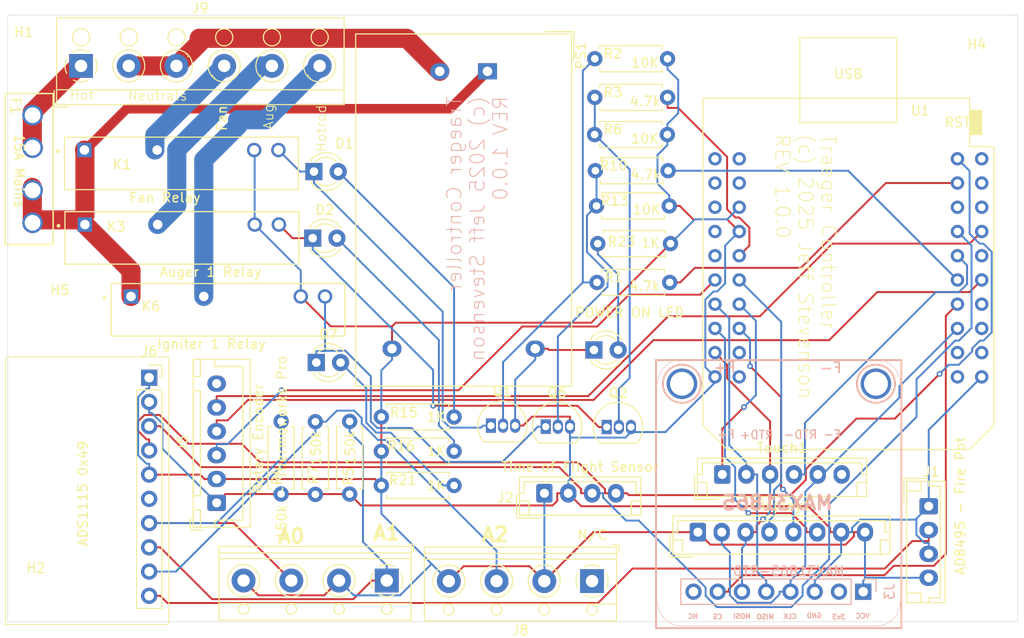
<source format=kicad_pcb>
(kicad_pcb (version 20240108) (generator "pcbnew") (generator_version "8.0")
  (layers (0 "F.Cu" signal) (31 "B.Cu" signal) (34 "B.Paste" user) (35 "F.Paste" user) (36 "B.SilkS" user "B.Silkscreen") (37 "F.SilkS" user "F.Silkscreen") (38 "B.Mask" user) (39 "F.Mask" user) (44 "Edge.Cuts" user))
  (net 0 "")
  (net 1 "PWR")
  (net 2 "FAN")
  (net 3 "GND")
  (net 4 "Net-(D1-K)")
  (net 5 "Net-(Q1-B)")
  (net 6 "Net-(D1-A)")
  (net 7 "Net-(Q2-B)")
  (net 8 "Net-(D2-A)")
  (net 9 "ADC1_A3")
  (net 10 "Net-(D2-K)")
  (net 11 "ADC1_A1")
  (net 13 "ADC1_A2")
  (net 14 "ADC1_A0")
  (net 15 "Net-(Q6-B)")
  (net 16 "AUG1")
  (net 17 "IGN1")
  (net 18 "R_AUG1")
  (net 19 "R_IGN1")
  (net 20 "Touch_T_IRQ")
  (net 21 "MISO_Touch")
  (net 22 "MOSI_Disp_+T_DIN")
  (net 34 "R_FANS")
  (net 35 "SDA")
  (net 36 "SCL")
  (net 37 "Touch_T_CS")
  (net 38 "Disp_SCK+Touch_CLK")
  (net 39 "Disp_D{slash}C")
  (net 40 "Disp_CS")
  (net 41 "Disp_RESET")
  (net 43 "MAX31865_CS")
  (net 45 "VCC")
  (net 46 "Net-(J9-Pin_1)")
  (net 50 "PWR-N")
  (net 52 "Net-(D7-K)")
  (net 53 "Net-(D7-A)")
  (net 61 "Rotarty - SW")
  (net 62 "Rotary pin_b")
  (net 63 "Rotary pin_a")
  (net 64 "Net-(D9-A)")
  (footprint "Resistor_THT:R_Axial_DIN0207_L6.3mm_D2.5mm_P7.62mm_Horizontal" (layer "F.Cu") (at 171.68 63.69)
    (property "Reference" "R6")
    (property "Value" "10K")
  )
  (footprint "MountingHole:MountingHole_3.2mm_M3" (layer "F.Cu") (at 113.12 111.64)
    (property "Reference" "H2")
    (property "Value" "MH")
  )
  (footprint "Fuse:Fuse Block 3544-2_KEYSTONE" (layer "F.Cu") (at 112.81 61.658 -90)
    (property "Reference" "F1")
    (property "Value" "15A Mains")
  )
  (footprint "LED_THT:LED_D3.0mm" (layer "F.Cu") (at 142.53 87.59)
    (property "Reference" "D7")
    (property "Value" "LED")
  )
  (footprint "LED_THT:LED_D3.0mm" (layer "F.Cu") (at 142.28 67.57)
    (property "Reference" "D1")
    (property "Value" "LED")
  )
  (footprint "Resistor_THT:R_Axial_DIN0207_L6.3mm_D2.5mm_P7.62mm_Horizontal" (layer "F.Cu") (at 179.63 75.12 180)
    (property "Reference" "R23")
    (property "Value" "1K")
  )
  (footprint "TerminalBlock_RND:TerminalBlock_RND_205-00014_1x04_P5.00mm_Horizontal" (layer "F.Cu") (at 149.91 110.44 180)
    (property "Reference" "J7" (hide yes))
    (property "Value" "Temp Sensors")
  )
  (footprint "Resistor_THT:R_Axial_DIN0207_L6.3mm_D2.5mm_P7.62mm_Horizontal" (layer "F.Cu") (at 149.34 96.885)
    (property "Reference" "R16")
    (property "Value" "1K")
  )
  (footprint "Connector_JST:JST_XH_B6B-XH-A_1x06_P2.50mm_Vertical" (layer "F.Cu") (at 132.09 102.3 90)
    (property "Reference" "J5")
    (property "Value" "Rotary Encoder")
  )
  (footprint "Connector_PinSocket_2.54mm:PinSocket_1x10_P2.54mm_Vertical" (layer "F.Cu") (at 125.02 89.18)
    (property "Reference" "J6")
    (property "Value" "ADS1115 0x49")
  )
  (footprint "Relay_THT:RELAY_G3MB-202PDC5" (layer "F.Cu") (at 133.28 82.06)
    (property "Reference" "K6")
    (property "Value" "Igniter 1 Relay")
  )
  (footprint "Resistor_THT:R_Axial_DIN0207_L6.3mm_D2.5mm_P7.62mm_Horizontal" (layer "F.Cu") (at 138.84 101.37 90)
    (property "Reference" "R4" (hide yes))
    (property "Value" "150k - Thermoworks Pro")
  )
  (footprint "Resistor_THT:R_Axial_DIN0207_L6.3mm_D2.5mm_P7.62mm_Horizontal" (layer "F.Cu") (at 142.43 101.41 90)
    (property "Reference" "R7" (hide yes))
    (property "Value" "150k")
  )
  (footprint "Package_TO_SOT_THT:TO-92L_Inline" (layer "F.Cu") (at 166.56 94.31)
    (property "Reference" "Q6")
    (property "Value" "BC547")
  )
  (footprint "TerminalBlock_RND:TerminalBlock_RND_205-00005_1x06_P5.00mm_Horizontal" (layer "F.Cu") (at 117.88 56.49)
    (property "Reference" "J9")
    (property "Value" "Conn_01x06_Socket")
  )
  (footprint "Relay_THT:RELAY_G3MB-202PDC5" (layer "F.Cu") (at 128.45 74.52)
    (property "Reference" "K3")
    (property "Value" "Auger 1 Relay")
  )
  (footprint "Relay_THT:RELAY_G3MB-202PDC5" (layer "F.Cu") (at 128.4 66.71)
    (property "Reference" "K1")
    (property "Value" "Fan Relay")
  )
  (footprint "TerminalBlock_RND:TerminalBlock_RND_205-00014_1x04_P5.00mm_Horizontal" (layer "F.Cu") (at 171.41 110.5 180)
    (property "Reference" "J8")
    (property "Value" "Temp Sensors")
  )
  (footprint "Resistor_THT:R_Axial_DIN0207_L6.3mm_D2.5mm_P7.62mm_Horizontal" (layer "F.Cu") (at 171.7 55.74)
    (property "Reference" "R2")
    (property "Value" "10K")
  )
  (footprint "Connector_JST:JST_EH_B6B-EH-A_1x06_P2.50mm_Vertical" (layer "F.Cu") (at 185.06 99.32)
    (property "Reference" "Touch1")
    (property "Value" "Conn_01x06_Socket" (hide yes))
  )
  (footprint "LED_THT:LED_D3.0mm" (layer "F.Cu") (at 142.15 74.55)
    (property "Reference" "D2")
    (property "Value" "LED")
  )
  (footprint "Resistor_THT:R_Axial_DIN0207_L6.3mm_D2.5mm_P7.62mm_Horizontal" (layer "F.Cu") (at 149.34 100.475)
    (property "Reference" "R21")
    (property "Value" "1K")
  )
  (footprint "Resistor_THT:R_Axial_DIN0207_L6.3mm_D2.5mm_P7.62mm_Horizontal" (layer "F.Cu") (at 171.7 59.79)
    (property "Reference" "R3")
    (property "Value" "4.7k")
  )
  (footprint "Package_TO_SOT_THT:TO-92L_Inline" (layer "F.Cu") (at 172.95 94.35)
    (property "Reference" "Q2")
    (property "Value" "BC547")
  )
  (footprint "Converter_ACDC:Converter_ACDC_Hi-Link_HLK-PMxx" (layer "F.Cu") (at 160.46 57.06 -90)
    (property "Reference" "PS1")
    (property "Value" "HLK-PM01" (hide yes))
  )
  (footprint "Package_TO_SOT_THT:TO-92L_Inline" (layer "F.Cu") (at 160.82 94.2)
    (property "Reference" "Q1")
    (property "Value" "BC547")
  )
  (footprint "MountingHole:MountingHole_3.2mm_M3" (layer "F.Cu") (at 112.87 55.05)
    (property "Reference" "H1")
    (property "Value" "MH")
  )
  (footprint "LED_THT:LED_D3.0mm" (layer "F.Cu") (at 171.61 86.27)
    (property "Reference" "D9" (hide yes))
    (property "Value" "POWER ON LED")
  )
  (footprint "Resistor_THT:R_Axial_DIN0207_L6.3mm_D2.5mm_P7.62mm_Horizontal" (layer "F.Cu") (at 171.76 67.48)
    (property "Reference" "R10")
    (property "Value" "4.7k")
  )
  (footprint "Resistor_THT:R_Axial_DIN0207_L6.3mm_D2.5mm_P7.62mm_Horizontal" (layer "F.Cu") (at 171.88 71.17)
    (property "Reference" "R13")
    (property "Value" "10K")
  )
  (footprint "Connector_JST:JST_EH_B8B-EH-A_1x08_P2.50mm_Vertical" (layer "F.Cu") (at 182.5 105.37)
    (property "Reference" "Display1")
    (property "Value" "Conn_01x08_Socket")
  )
  (footprint "Connector_JST:JST_EH_B4B-EH-A_1x04_P2.50mm_Vertical" (layer "F.Cu") (at 166.42 101.29)
    (property "Reference" "J2")
    (property "Value" "Time of Flight Sensor")
  )
  (footprint "Resistor_THT:R_Axial_DIN0207_L6.3mm_D2.5mm_P7.62mm_Horizontal" (layer "F.Cu") (at 149.34 93.295)
    (property "Reference" "R15")
    (property "Value" "1K")
  )
  (footprint "ESP32_mini:ESP32_mini" (layer "F.Cu") (at 198.26 77.66 180)
    (property "Reference" "U1")
    (property "Value" "mini_esp32")
  )
  (footprint "MountingHole:MountingHole_3.2mm_M3" (layer "F.Cu") (at 211.72 58.43)
    (property "Reference" "H4")
    (property "Value" "MH")
  )
  (footprint "MountingHole:MountingHole_3.2mm_M3" (layer "F.Cu") (at 115.88 82.35)
    (property "Reference" "H5")
    (property "Value" "MH")
  )
  (footprint "Connector_JST:JST_EH_B4B-EH-A_1x04_P2.50mm_Vertical" (layer "F.Cu") (at 206.68 102.65 -90)
    (property "Reference" "J1")
    (property "Value" "AD8495 - Fire Pot")
  )
  (footprint "MountingHole:MountingHole_3.2mm_M3" (layer "F.Cu") (at 213.19 111.07)
    (property "Reference" "H3" (hide yes))
    (property "Value" "MH" (hide yes))
  )
  (footprint "Resistor_THT:R_Axial_DIN0207_L6.3mm_D2.5mm_P7.62mm_Horizontal" (layer "F.Cu") (at 171.93 79.19)
    (property "Reference" "R1")
    (property "Value" "4.7k")
  )
  (footprint "Resistor_THT:R_Axial_DIN0207_L6.3mm_D2.5mm_P7.62mm_Horizontal" (layer "F.Cu") (at 146.02 101.38 90)
    (property "Reference" "R5" (hide yes))
    (property "Value" "150k")
  )
  (footprint "MOUNTINGHOLE_2.5_PLATED" (layer "B.Cu") (at 180.8299 89.81 180)
    (property "Reference" "U$19" (hide yes))
    (property "Value" "MOUNTINGHOLE2.5" (hide yes))
  )
  (footprint "MOUNTINGHOLE_2.5_PLATED" (layer "B.Cu") (at 201.1499 89.81 180)
    (property "Reference" "U$18" (hide yes))
    (property "Value" "MOUNTINGHOLE2.5" (hide yes))
  )
  (footprint "Connector_PinSocket_2.54mm:PinSocket_1x08_P2.54mm_Vertical" (layer "B.Cu") (at 199.82 111.61 90)
    (property "Reference" "J3")
    (property "Value" "MAX31865-RTD")
  )
  (gr_arc (start 178.289898 89.809898) (mid 179.033905 88.013905) (end 180.829898 87.269898) (stroke (width 0.05)) (layer "B.SilkS"))
  (gr_rect (start 178.113847 115.430949) (end 203.813847 87.330949) (stroke (width 0.2)) (fill none) (layer "B.SilkS"))
  (gr_arc (start 180.829898 115.209898) (mid 179.033817 114.465979) (end 178.289898 112.669898) (stroke (width 0.05)) (layer "B.SilkS"))
  (gr_arc (start 201.149898 87.269898) (mid 202.94592 88.013876) (end 203.689898 89.809898) (stroke (width 0.05)) (layer "B.SilkS"))
  (gr_line (start 201.149898 115.209898) (end 180.829898 115.209898) (stroke (width 0.05)) (layer "B.SilkS"))
  (gr_arc (start 203.689898 112.669898) (mid 202.945979 114.465979) (end 201.149898 115.209898) (stroke (width 0.05)) (layer "B.SilkS"))
  (gr_line (start 180.829898 87.269898) (end 201.149898 87.269898) (stroke (width 0.05)) (layer "B.SilkS"))
  (gr_rect (start 109.99 115.04288) (end 127.07288 87) (stroke (width 0.1)) (fill none) (layer "F.SilkS"))
  (gr_rect (start 110.2 51.16) (end 215.99 114.75) (stroke (width 0.05)) (fill none) (layer "Edge.Cuts"))
  (gr_text "3v3" (at 197.249898 114.259898 0) (layer "B.SilkS") (effects (font (size 0.5 0.5) (thickness 0.125)) (justify mirror)))
  (gr_text "RTD+" (at 188.663847 95.170949 0) (layer "B.SilkS") (effects (font (size 0.87376 0.87376) (thickness 0.14224)) (justify mirror)))
  (gr_text "CLK" (at 192.132898 114.193898 0) (layer "B.SilkS") (effects (font (size 0.5 0.5) (thickness 0.125)) (justify mirror)))
  (gr_text "RTD-" (at 193.253847 95.140949 0) (layer "B.SilkS") (effects (font (size 0.87376 0.87376) (thickness 0.14224)) (justify mirror)))
  (gr_text "MAX31865" (at 196.780998 103.166298 0) (layer "B.SilkS") (effects (font (size 1.5 1.5) (thickness 0.3) (bold yes)) (justify left bottom mirror)))
  (gr_text "NC" (at 181.990998 114.186298 0) (layer "B.SilkS") (effects (font (size 0.5 0.5) (thickness 0.125)) (justify mirror)))
  (gr_text "CS" (at 184.560998 114.236298 0) (layer "B.SilkS") (effects (font (size 0.5 0.5) (thickness 0.125)) (justify mirror)))
  (gr_text "F-" (at 196.573847 95.120949 0) (layer "B.SilkS") (effects (font (size 0.8636 0.8636) (thickness 0.1524)) (justify mirror)))
  (gr_text "MOSI" (at 187.120998 114.186298 0) (layer "B.SilkS") (effects (font (size 0.5 0.5) (thickness 0.125)) (justify mirror)))
  (gr_text "VCC" (at 199.760998 114.156298 0) (layer "B.SilkS") (effects (font (size 0.5 0.5) (thickness 0.125)) (justify mirror)))
  (gr_text "F+" (at 185.320998 88.086298 0) (layer "B.SilkS") (effects (font (size 1.0922 1.0922) (thickness 0.1778)) (justify mirror)))
  (gr_text "Traeger Controller\n(c) 2025 Jeff Stevenson\nREV 1.0.0" (at 162.69 59.57 90) (layer "B.SilkS") (effects (font (size 1.5 1.5) (thickness 0.1)) (justify left bottom mirror)))
  (gr_text "F+" (at 185.453847 95.120949 0) (layer "B.SilkS") (effects (font (size 0.8636 0.8636) (thickness 0.1524)) (justify mirror)))
  (gr_text "MISO" (at 189.570998 114.246298 0) (layer "B.SilkS") (effects (font (size 0.5 0.5) (thickness 0.125) (bold yes)) (justify mirror)))
  (gr_text "F-" (at 196.410998 88.146298 0) (layer "B.SilkS") (effects (font (size 1.0922 1.0922) (thickness 0.1778)) (justify mirror)))
  (gr_text "GND" (at 194.68 114.12 0) (layer "B.SilkS") (effects (font (size 0.5 0.5) (thickness 0.125)) (justify mirror)))
  (gr_text "A2" (at 159.69 106.49 0) (layer "F.SilkS") (effects (font (size 1.5 1.5) (thickness 0.3) (bold yes)) (justify left bottom)))
  (gr_text "Neutrals" (at 122.72 60.2 0) (layer "F.SilkS") (effects (font (size 1 1) (thickness 0.1)) (justify left bottom)))
  (gr_text "Hotrod" (at 143.645624 65.582299 90) (layer "F.SilkS") (effects (font (size 1 1) (thickness 0.1)) (justify left bottom)))
  (gr_text "Aug" (at 138.11 63.22 90) (layer "F.SilkS") (effects (font (size 1 1) (thickness 0.1)) (justify left bottom)))
  (gr_text "Traeger Controller\n(c) 2025 Jeff Stevenson\nREV 1.0.0" (at 190.48 63.55 -90) (layer "F.SilkS") (effects (font (size 1.5 1.5) (thickness 0.1)) (justify left bottom)))
  (gr_text "Hot" (at 116.64 60.12 0) (layer "F.SilkS") (effects (font (size 1 1) (thickness 0.1)) (justify left bottom)))
  (gr_text "Fan" (at 133.24 63.41 90) (layer "F.SilkS") (effects (font (size 1 1)) (justify left bottom)))
  (gr_text "A0" (at 138.36 106.66 0) (layer "F.SilkS") (effects (font (size 1.5 1.5) (thickness 0.3) (bold yes)) (justify left bottom)))
  (gr_text "A1" (at 148.33 106.32 0) (layer "F.SilkS") (effects (font (size 1.5 1.5) (thickness 0.3) (bold yes)) (justify left bottom)))
  (gr_text "N/C" (at 169.8 106.25 0) (layer "F.SilkS") (effects (font (size 1 1)) (justify left bottom)))
  (segment (start 160.46 57.06) (end 156.54 60.98) (width 1) (layer "F.Cu") (net 1))
  (segment (start 112.81 70.899) (end 112.81 69.534) (width 0.2) (layer "F.Cu") (net 1))
  (segment (start 156.54 60.98) (end 122.67 60.98) (width 1) (layer "F.Cu") (net 1))
  (segment (start 123.12 80.66) (end 123.12 77.95) (width 2) (layer "F.Cu") (net 1))
  (segment (start 123.12 77.95) (end 118.29 73.12) (width 2) (layer "F.Cu") (net 1))
  (segment (start 122.67 60.98) (end 118.29 65.36) (width 1) (layer "F.Cu") (net 1))
  (segment (start 118.29 65.36) (end 118.29 72.144) (width 2) (layer "F.Cu") (net 1))
  (segment (start 117.802 72.632) (end 118.29 73.12) (width 0.2) (layer "F.Cu") (net 1))
  (segment (start 113.118 72.632) (end 112.81 72.94) (width 0.2) (layer "F.Cu") (net 1))
  (segment (start 112.78 72.632) (end 117.802 72.632) (width 2) (layer "F.Cu") (net 1))
  (segment (start 118.29 65.36) (end 118.24 65.31) (width 2) (layer "F.Cu") (net 1))
  (segment (start 112.78 69.226) (end 112.78 72.632) (width 2) (layer "F.Cu") (net 1))
  (segment (start 118.29 72.144) (end 117.802 72.632) (width 2) (layer "F.Cu") (net 1))
  (segment (start 112.78 70.929) (end 112.81 70.899) (width 0.2) (layer "F.Cu") (net 1))
  (segment (start 125.614 64.533) (end 125.86 64.779) (width 0.2) (layer "B.Cu") (net 2))
  (segment (start 125.614 63.756) (end 125.614 64.533) (width 2) (layer "B.Cu") (net 2))
  (segment (start 125.614 64.533) (end 125.614 65.31) (width 2) (layer "B.Cu") (net 2))
  (segment (start 125.86 64.779) (end 125.86 65.31) (width 0.2) (layer "B.Cu") (net 2))
  (segment (start 132.88 56.49) (end 125.614 63.756) (width 2) (layer "B.Cu") (net 2))
  (segment (start 194.0637 102.6535) (end 170.2835 102.6535) (width 0.2) (layer "F.Cu") (net 3))
  (segment (start 147.2077 102.5677) (end 146.02 101.38) (width 0.2) (layer "F.Cu") (net 3))
  (segment (start 164.1867 94.2) (end 165.1284 93.2583) (width 0.2) (layer "F.Cu") (net 3))
  (segment (start 163.36 94.2) (end 164.1867 94.2) (width 0.2) (layer "F.Cu") (net 3))
  (segment (start 142.46 101.38) (end 146.02 101.38) (width 0.2) (layer "F.Cu") (net 3))
  (segment (start 142.43 101.41) (end 142.46 101.38) (width 0.2) (layer "F.Cu") (net 3))
  (segment (start 186.83 73.85) (end 185.56 72.58) (width 0.2) (layer "F.Cu") (net 3))
  (segment (start 167.2824 102.5677) (end 147.2077 102.5677) (width 0.2) (layer "F.Cu") (net 3))
  (segment (start 170.2835 102.6535) (end 168.92 101.29) (width 0.2) (layer "F.Cu") (net 3))
  (segment (start 196.3483 104.9381) (end 194.0637 102.6535) (width 0.2) (layer "F.Cu") (net 3))
  (segment (start 197.5 105.37) (end 196.3483 105.37) (width 0.2) (layer "F.Cu") (net 3))
  (segment (start 179.5 71.17) (end 180.6017 71.17) (width 0.2) (layer "F.Cu") (net 3))
  (segment (start 142.39 101.37) (end 138.84 101.37) (width 0.2) (layer "F.Cu") (net 3))
  (segment (start 165.1284 93.2583) (end 169.1 93.2583) (width 0.2) (layer "F.Cu") (net 3))
  (segment (start 168.92 101.29) (end 167.7683 101.29) (width 0.2) (layer "F.Cu") (net 3))
  (segment (start 133.02 101.37) (end 132.09 102.3) (width 0.2) (layer "F.Cu") (net 3))
  (segment (start 166.8917 86.27) (end 166.7617 86.14) (width 0.2) (layer "F.Cu") (net 3))
  (segment (start 167.7683 102.0818) (end 167.2824 102.5677) (width 0.2) (layer "F.Cu") (net 3))
  (segment (start 142.43 101.41) (end 142.39 101.37) (width 0.2) (layer "F.Cu") (net 3))
  (segment (start 182.0117 72.58) (end 180.6017 71.17) (width 0.2) (layer "F.Cu") (net 3))
  (segment (start 171.61 86.27) (end 166.8917 86.27) (width 0.2) (layer "F.Cu") (net 3))
  (segment (start 169.1 94.31) (end 169.1 93.2583) (width 0.2) (layer "F.Cu") (net 3))
  (segment (start 165.46 86.14) (end 166.7617 86.14) (width 0.2) (layer "F.Cu") (net 3))
  (segment (start 196.3483 105.37) (end 196.3483 104.9381) (width 0.2) (layer "F.Cu") (net 3))
  (segment (start 185.56 72.58) (end 182.0117 72.58) (width 0.2) (layer "F.Cu") (net 3))
  (segment (start 138.84 101.37) (end 133.02 101.37) (width 0.2) (layer "F.Cu") (net 3))
  (segment (start 167.7683 101.29) (end 167.7683 102.0818) (width 0.2) (layer "F.Cu") (net 3))
  (segment (start 179.3 63.69) (end 179.3 62.5883) (width 0.2) (layer "B.Cu") (net 3))
  (segment (start 205.3863 104.0569) (end 205.3863 105.6563) (width 0.2) (layer "B.Cu") (net 3))
  (segment (start 183.2788 80.9932) (end 184.134 80.138) (width 0.2) (layer "B.Cu") (net 3))
  (segment (start 126.4098 93.993) (end 125.2885 92.8717) (width 0.2) (layer "B.Cu") (net 3))
  (segment (start 174.9123 95.4535) (end 175.49 94.8758) (width 0.2) (layer "B.Cu") (net 3))
  (segment (start 179.0968 94.8758) (end 184.29 89.6826) (width 0.2) (layer "B.Cu") (net 3))
  (segment (start 126.4098 96.6198) (end 126.4098 93.993) (width 0.2) (layer "B.Cu") (net 3))
  (segment (start 169.1 95.4535) (end 169.1 99.8333) (width 0.2) (layer "B.Cu") (net 3))
  (segment (start 206.68 94.64) (end 206.68 102.65) (width 0.2) (layer "B.Cu") (net 3))
  (segment (start 197.5 105.37) (end 198.6517 105.37) (width 0.2) (layer "B.Cu") (net 3))
  (segment (start 178.2683 68.8366) (end 178.2683 65.8234) (width 0.2) (layer "B.Cu") (net 3))
  (segment (start 163.36 89.3917) (end 163.36 94.2) (width 0.2) (layer "B.Cu") (net 3))
  (segment (start 205.3863 104.0569) (end 199.5131 104.0569) (width 0.2) (layer "B.Cu") (net 3))
  (segment (start 184.5148 80.138) (end 185.3522 79.3006) (width 0.2) (layer "B.Cu") (net 3))
  (segment (start 179.32 55.74) (end 179.32 56.8417) (width 0.2) (layer "B.Cu") (net 3))
  (segment (start 179.5 70.0683) (end 178.2683 68.8366) (width 0.2) (layer "B.Cu") (net 3))
  (segment (start 168.92 101.29) (end 168.92 100.0133) (width 0.2) (layer "B.Cu") (net 3))
  (segment (start 179.5 71.17) (end 179.5 70.0683) (width 0.2) (layer "B.Cu") (net 3))
  (segment (start 206.2283 106.4983) (end 206.68 106.4983) (width 0.2) (layer "B.Cu") (net 3))
  (segment (start 175.49 94.8758) (end 179.0968 94.8758) (width 0.2) (layer "B.Cu") (net 3))
  (segment (start 169.1 99.8333) (end 168.92 100.0133) (width 0.2) (layer "B.Cu") (net 3))
  (segment (start 199.5131 104.0569) (end 198.6517 104.9183) (width 0.2) (layer "B.Cu") (net 3))
  (segment (start 165.46 86.14) (end 165.46 87.2917) (width 0.2) (layer "B.Cu") (net 3))
  (segment (start 194.74 110.4583) (end 197.5 107.6983) (width 0.2) (layer "B.Cu") (net 3))
  (segment (start 197.5 107.6983) (end 197.5 105.37) (width 0.2) (layer "B.Cu") (net 3))
  (segment (start 175.49 94.35) (end 175.49 94.8758) (width 0.2) (layer "B.Cu") (net 3))
  (segment (start 206.68 102.65) (end 205.3863 103.9437) (width 0.2) (layer "B.Cu") (net 3))
  (segment (start 184.29 89.6826) (end 184.29 89.09) (width 0.2) (layer "B.Cu") (net 3))
  (segment (start 132.09 102.3) (end 126.4098 96.6198) (width 0.2) (layer "B.Cu") (net 3))
  (segment (start 185.3522 79.3006) (end 185.3522 75.3278) (width 0.2) (layer "B.Cu") (net 3))
  (segment (start 169.1 95.4535) (end 174.9123 95.4535) (width 0.2) (layer "B.Cu") (net 3))
  (segment (start 185.3522 75.3278) (end 186.83 73.85) (width 0.2) (layer "B.Cu") (net 3))
  (segment (start 205.3863 103.9437) (end 205.3863 104.0569) (width 0.2) (layer "B.Cu") (net 3))
  (segment (start 198.6517 104.9183) (end 198.6517 105.37) (width 0.2) (layer "B.Cu") (net 3))
  (segment (start 178.2683 65.8234) (end 179.3 64.7917) (width 0.2) (layer "B.Cu") (net 3))
  (segment (start 179.32 56.8417) (end 180.44 57.9617) (width 0.2) (layer "B.Cu") (net 3))
  (segment (start 184.134 80.138) (end 184.5148 80.138) (width 0.2) (layer "B.Cu") (net 3))
  (segment (start 183.2788 88.0788) (end 183.2788 80.9932) (width 0.2) (layer "B.Cu") (net 3))
  (segment (start 184.29 89.09) (end 183.2788 88.0788) (width 0.2) (layer "B.Cu") (net 3))
  (segment (start 194.74 111.61) (end 194.74 110.4583) (width 0.2) (layer "B.Cu") (net 3))
  (segment (start 206.68 107.65) (end 206.68 106.4983) (width 0.2) (layer "B.Cu") (net 3))
  (segment (start 179.3 63.69) (end 179.3 64.7917) (width 0.2) (layer "B.Cu") (net 3))
  (segment (start 169.1 94.31) (end 169.1 95.4535) (width 0.2) (layer "B.Cu") (net 3))
  (segment (start 180.44 57.9617) (end 180.44 61.4483) (width 0.2) (layer "B.Cu") (net 3))
  (segment (start 125.2885 92.8717) (end 125.02 92.8717) (width 0.2) (layer "B.Cu") (net 3))
  (segment (start 125.02 91.72) (end 125.02 92.8717) (width 0.2) (layer "B.Cu") (net 3))
  (segment (start 165.46 87.2917) (end 163.36 89.3917) (width 0.2) (layer "B.Cu") (net 3))
  (segment (start 205.3863 105.6563) (end 206.2283 106.4983) (width 0.2) (layer "B.Cu") (net 3))
  (segment (start 180.44 61.4483) (end 179.3 62.5883) (width 0.2) (layer "B.Cu") (net 3))
  (segment (start 212.23 89.09) (end 206.68 94.64) (width 0.2) (layer "B.Cu") (net 3))
  (segment (start 155.7681 93.6612) (end 155.7681 82.2598) (width 0.2) (layer "B.Cu") (net 4))
  (segment (start 156.5172 94.4103) (end 155.7681 93.6612) (width 0.2) (layer "B.Cu") (net 4))
  (segment (start 142.28 67.57) (end 142.28 68.7717) (width 0.2) (layer "B.Cu") (net 4))
  (segment (start 159.9933 94.2) (end 159.783 94.4103) (width 0.2) (layer "B.Cu") (net 4))
  (segment (start 160.82 94.2) (end 159.9933 94.2) (width 0.2) (layer "B.Cu") (net 4))
  (segment (start 155.7681 82.2598) (end 142.28 68.7717) (width 0.2) (layer "B.Cu") (net 4))
  (segment (start 159.783 94.4103) (end 156.5172 94.4103) (width 0.2) (layer "B.Cu") (net 4))
  (segment (start 140.82 67.57) (end 138.56 65.31) (width 0.2) (layer "B.Cu") (net 4))
  (segment (start 142.28 67.57) (end 140.82 67.57) (width 0.2) (layer "B.Cu") (net 4))
  (segment (start 162.09 94.2) (end 162.09 87.5457) (width 0.2) (layer "B.Cu") (net 5))
  (segment (start 170.4457 79.19) (end 170.4457 56.9943) (width 0.2) (layer "B.Cu") (net 5))
  (segment (start 162.09 87.5457) (end 170.4457 79.19) (width 0.2) (layer "B.Cu") (net 5))
  (segment (start 170.4457 56.9943) (end 171.7 55.74) (width 0.2) (layer "B.Cu") (net 5))
  (segment (start 170.4457 79.19) (end 171.93 79.19) (width 0.2) (layer "B.Cu") (net 5))
  (segment (start 156.96 79.71) (end 156.96 93.295) (width 0.2) (layer "B.Cu") (net 6))
  (segment (start 144.82 67.57) (end 156.96 79.71) (width 0.2) (layer "B.Cu") (net 6))
  (segment (start 175.3544 89.2129) (end 175.3544 67.3444) (width 0.2) (layer "B.Cu") (net 7))
  (segment (start 174.22 90.3473) (end 175.3544 89.2129) (width 0.2) (layer "B.Cu") (net 7))
  (segment (start 174.22 94.35) (end 174.22 90.3473) (width 0.2) (layer "B.Cu") (net 7))
  (segment (start 175.3544 67.3444) (end 171.7 63.69) (width 0.2) (layer "B.Cu") (net 7))
  (segment (start 171.7 63.69) (end 171.68 63.69) (width 0.2) (layer "B.Cu") (net 7))
  (segment (start 171.7 63.69) (end 171.7 59.79) (width 0.2) (layer "B.Cu") (net 7))
  (segment (start 155.3664 94.1897) (end 155.3664 85.2264) (width 0.2) (layer "B.Cu") (net 8))
  (segment (start 156.96 95.7833) (end 155.3664 94.1897) (width 0.2) (layer "B.Cu") (net 8))
  (segment (start 156.96 96.885) (end 156.96 95.7833) (width 0.2) (layer "B.Cu") (net 8))
  (segment (start 155.3664 85.2264) (end 144.69 74.55) (width 0.2) (layer "B.Cu") (net 8))
  (segment (start 204.9604 106.3017) (end 202.0771 109.185) (width 0.2) (layer "F.Cu") (net 9))
  (segment (start 206.68 106.3017) (end 204.9604 106.3017) (width 0.2) (layer "F.Cu") (net 9))
  (segment (start 206.68 105.15) (end 206.68 106.3017) (width 0.2) (layer "F.Cu") (net 9))
  (segment (start 202.0771 109.185) (end 175.6517 109.185) (width 0.2) (layer "F.Cu") (net 9))
  (segment (start 126.9268 112.7951) (end 126.1717 112.04) (width 0.2) (layer "F.Cu") (net 9))
  (segment (start 125.02 112.04) (end 126.1717 112.04) (width 0.2) (layer "F.Cu") (net 9))
  (segment (start 175.6517 109.185) (end 172.0416 112.7951) (width 0.2) (layer "F.Cu") (net 9))
  (segment (start 172.0416 112.7951) (end 126.9268 112.7951) (width 0.2) (layer "F.Cu") (net 9))
  (segment (start 172.1233 94.35) (end 169.8893 92.116) (width 0.2) (layer "F.Cu") (net 10))
  (segment (start 169.8893 92.116) (end 154.7647 92.116) (width 0.2) (layer "F.Cu") (net 10))
  (segment (start 172.95 94.35) (end 172.1233 94.35) (width 0.2) (layer "F.Cu") (net 10))
  (segment (start 140.04 74.55) (end 138.61 73.12) (width 0.2) (layer "F.Cu") (net 10))
  (segment (start 154.7647 92.116) (end 154.7647 92.1159) (width 0.2) (layer "F.Cu") (net 10))
  (segment (start 142.15 74.55) (end 140.04 74.55) (width 0.2) (layer "F.Cu") (net 10))
  (via (at 154.7647 92.1159) (size 0.6) (drill 0.3) (layers "F.Cu" "B.Cu") (net 10))
  (segment (start 154.7647 88.3664) (end 154.7647 92.1159) (width 0.2) (layer "B.Cu") (net 10))
  (segment (start 142.15 74.55) (end 142.15 75.7517) (width 0.2) (layer "B.Cu") (net 10))
  (segment (start 142.15 75.7517) (end 154.7647 88.3664) (width 0.2) (layer "B.Cu") (net 10))
  (segment (start 125.02 106.96) (end 126.1717 106.96) (width 0.2) (layer "F.Cu") (net 11))
  (segment (start 126.1717 106.96) (end 131.6051 112.3934) (width 0.2) (layer "F.Cu") (net 11))
  (segment (start 149.91 110.44) (end 148.3583 110.44) (width 0.2) (layer "F.Cu") (net 11))
  (segment (start 146.4049 112.3934) (end 148.3583 110.44) (width 0.2) (layer "F.Cu") (net 11))
  (segment (start 131.6051 112.3934) (end 146.4049 112.3934) (width 0.2) (layer "F.Cu") (net 11))
  (segment (start 149.91 110.44) (end 149.91 108.8883) (width 0.2) (layer "B.Cu") (net 11))
  (segment (start 147.4164 96.2581) (end 146.02 94.8617) (width 0.2) (layer "B.Cu") (net 11))
  (segment (start 147.4164 106.3947) (end 147.4164 96.2581) (width 0.2) (layer "B.Cu") (net 11))
  (segment (start 146.02 93.76) (end 146.02 94.8617) (width 0.2) (layer "B.Cu") (net 11))
  (segment (start 149.91 108.8883) (end 147.4164 106.3947) (width 0.2) (layer "B.Cu") (net 11))
  (segment (start 149.791 95.7047) (end 161.41 107.3237) (width 0.2) (layer "B.Cu") (net 13))
  (segment (start 127.8217 109.5) (end 142.43 94.8917) (width 0.2) (layer "B.Cu") (net 13))
  (segment (start 143.5317 93.79) (end 144.6944 92.6273) (width 0.2) (layer "B.Cu") (net 13))
  (segment (start 142.43 93.79) (end 142.43 94.8917) (width 0.2) (layer "B.Cu") (net 13))
  (segment (start 148.9885 95.7047) (end 149.791 95.7047) (width 0.2) (layer "B.Cu") (net 13))
  (segment (start 146.4967 92.6273) (end 147.289 93.4196) (width 0.2) (layer "B.Cu") (net 13))
  (segment (start 142.43 93.79) (end 143.5317 93.79) (width 0.2) (layer "B.Cu") (net 13))
  (segment (start 147.289 94.0052) (end 148.9885 95.7047) (width 0.2) (layer "B.Cu") (net 13))
  (segment (start 147.289 93.4196) (end 147.289 94.0052) (width 0.2) (layer "B.Cu") (net 13))
  (segment (start 161.41 107.3237) (end 161.41 110.5) (width 0.2) (layer "B.Cu") (net 13))
  (segment (start 125.02 109.5) (end 127.8217 109.5) (width 0.2) (layer "B.Cu") (net 13))
  (segment (start 144.6944 92.6273) (end 146.4967 92.6273) (width 0.2) (layer "B.Cu") (net 13))
  (segment (start 125.02 104.42) (end 133.89 104.42) (width 0.2) (layer "F.Cu") (net 14))
  (segment (start 133.89 104.42) (end 139.91 110.44) (width 0.2) (layer "F.Cu") (net 14))
  (segment (start 138.84 97.6593) (end 132.0793 104.42) (width 0.2) (layer "B.Cu") (net 14))
  (segment (start 132.0793 104.42) (end 125.02 104.42) (width 0.2) (layer "B.Cu") (net 14))
  (segment (start 138.84 93.75) (end 138.84 97.6593) (width 0.2) (layer "B.Cu") (net 14))
  (segment (start 173.0317 79.6464) (end 173.0317 78.1513) (width 0.2) (layer "B.Cu") (net 15))
  (segment (start 171.76 67.48) (end 171.88 67.6) (width 0.2) (layer "B.Cu") (net 15))
  (segment (start 171.88 67.6) (end 171.88 71.17) (width 0.2) (layer "B.Cu") (net 15))
  (segment (start 170.8796 75.9992) (end 170.8796 72.1704) (width 0.2) (layer "B.Cu") (net 15))
  (segment (start 167.83 94.31) (end 167.83 84.8481) (width 0.2) (layer "B.Cu") (net 15))
  (segment (start 170.8796 72.1704) (end 171.88 71.17) (width 0.2) (layer "B.Cu") (net 15))
  (segment (start 173.0317 78.1513) (end 170.8796 75.9992) (width 0.2) (layer "B.Cu") (net 15))
  (segment (start 167.83 84.8481) (end 173.0317 79.6464) (width 0.2) (layer "B.Cu") (net 15))
  (segment (start 137.88 56.49) (end 136.687 56.49) (width 2) (layer "B.Cu") (net 16))
  (segment (start 127.914 65.2633) (end 127.914 71.116) (width 2) (layer "B.Cu") (net 16))
  (segment (start 136.687 56.49) (end 127.914 65.2633) (width 2) (layer "B.Cu") (net 16))
  (segment (start 127.914 71.116) (end 125.91 73.12) (width 2) (layer "B.Cu") (net 16))
  (segment (start 134.29 62.79) (end 130.74 66.34) (width 2) (layer "B.Cu") (net 17))
  (segment (start 142.88 56.49) (end 137.23 62.14) (width 2) (layer "B.Cu") (net 17))
  (segment (start 130.74 66.34) (end 130.74 80.66) (width 2) (layer "B.Cu") (net 17))
  (segment (start 134.29 62.14) (end 134.29 62.79) (width 2) (layer "B.Cu") (net 17))
  (segment (start 137.23 62.14) (end 134.29 62.14) (width 2) (layer "B.Cu") (net 17))
  (segment (start 185.56 71.5238) (end 186.4218 72.3856) (width 0.2) (layer "F.Cu") (net 18))
  (segment (start 179.32 59.79) (end 179.32 60.8917) (width 0.2) (layer "F.Cu") (net 18))
  (segment (start 186.4218 72.3856) (end 186.8365 72.3856) (width 0.2) (layer "F.Cu") (net 18))
  (segment (start 185.56 66.03) (end 185.56 71.5238) (width 0.2) (layer "F.Cu") (net 18))
  (segment (start 179.32 60.8917) (end 180.4217 60.8917) (width 0.2) (layer "F.Cu") (net 18))
  (segment (start 187.8906 73.4397) (end 187.8906 75.3294) (width 0.2) (layer "F.Cu") (net 18))
  (segment (start 180.4217 60.8917) (end 185.56 66.03) (width 0.2) (layer "F.Cu") (net 18))
  (segment (start 187.8906 75.3294) (end 186.83 76.39) (width 0.2) (layer "F.Cu") (net 18))
  (segment (start 186.8365 72.3856) (end 187.8906 73.4397) (width 0.2) (layer "F.Cu") (net 18))
  (segment (start 209.69 78.93) (end 198.24 67.48) (width 0.2) (layer "B.Cu") (net 19))
  (segment (start 198.24 67.48) (end 179.38 67.48) (width 0.2) (layer "B.Cu") (net 19))
  (segment (start 185.06 94.5222) (end 185.06 99.32) (width 0.2) (layer "F.Cu") (net 20))
  (segment (start 187.321 92.2612) (end 185.06 94.5222) (width 0.2) (layer "F.Cu") (net 20))
  (via (at 187.321 92.2612) (size 0.6) (drill 0.3) (layers "F.Cu" "B.Cu") (net 20))
  (segment (start 188.5711 83.2111) (end 188.5711 91.0111) (width 0.2) (layer "B.Cu") (net 20))
  (segment (start 186.83 81.47) (end 188.5711 83.2111) (width 0.2) (layer "B.Cu") (net 20))
  (segment (start 188.5711 91.0111) (end 187.321 92.2612) (width 0.2) (layer "B.Cu") (net 20))
  (segment (start 187.56 99.32) (end 187.56 98.0433) (width 0.2) (layer "B.Cu") (net 21))
  (segment (start 188.7117 99.32) (end 188.7117 109.51) (width 0.2) (layer "B.Cu") (net 21))
  (segment (start 188.7117 109.51) (end 189.66 110.4583) (width 0.2) (layer "B.Cu") (net 21))
  (segment (start 187.56 99.32) (end 188.7117 99.32) (width 0.2) (layer "B.Cu") (net 21))
  (segment (start 185.7833 96.2666) (end 187.56 98.0433) (width 0.2) (layer "B.Cu") (net 21))
  (segment (start 184.29 81.47) (end 185.7833 82.9633) (width 0.2) (layer "B.Cu") (net 21))
  (segment (start 185.7833 82.9633) (end 185.7833 96.2666) (width 0.2) (layer "B.Cu") (net 21))
  (segment (start 189.66 111.61) (end 189.66 110.4583) (width 0.2) (layer "B.Cu") (net 21))
  (segment (start 187.5 105.37) (end 188.6517 105.37) (width 0.2) (layer "F.Cu") (net 22))
  (segment (start 185.56 89.2439) (end 190.06 93.7439) (width 0.2) (layer "F.Cu") (net 22))
  (segment (start 185.56 87.82) (end 185.56 89.2439) (width 0.2) (layer "F.Cu") (net 22))
  (segment (start 190.06 93.7439) (end 190.06 99.32) (width 0.2) (layer "F.Cu") (net 22))
  (segment (start 184.29 86.55) (end 185.56 87.82) (width 0.2) (layer "F.Cu") (net 22))
  (segment (start 188.6517 104.6667) (end 189.3179 104.0005) (width 0.2) (layer "F.Cu") (net 22))
  (segment (start 188.6517 105.37) (end 188.6517 104.6667) (width 0.2) (layer "F.Cu") (net 22))
  (via (at 189.3179 104.0005) (size 0.6) (drill 0.3) (layers "F.Cu" "B.Cu") (net 22))
  (segment (start 187.5 106.6467) (end 187.12 107.0267) (width 0.2) (layer "B.Cu") (net 22))
  (segment (start 187.5 105.37) (end 187.5 106.6467) (width 0.2) (layer "B.Cu") (net 22))
  (segment (start 190.06 103.2584) (end 189.3179 104.0005) (width 0.2) (layer "B.Cu") (net 22))
  (segment (start 190.06 99.32) (end 190.06 103.2584) (width 0.2) (layer "B.Cu") (net 22))
  (segment (start 187.12 107.0267) (end 187.12 111.61) (width 0.2) (layer "B.Cu") (net 22))
  (segment (start 193.2992 77.66) (end 182.1817 77.66) (width 0.2) (layer "F.Cu") (net 34))
  (segment (start 202.1892 68.77) (end 193.2992 77.66) (width 0.2) (layer "F.Cu") (net 34))
  (segment (start 182.1817 77.66) (end 180.6517 79.19) (width 0.2) (layer "F.Cu") (net 34))
  (segment (start 209.69 68.77) (end 202.1892 68.77) (width 0.2) (layer "F.Cu") (net 34))
  (segment (start 179.55 79.19) (end 180.6517 79.19) (width 0.2) (layer "F.Cu") (net 34))
  (segment (start 124.7515 95.6483) (end 125.02 95.6483) (width 0.2) (layer "F.Cu") (net 35))
  (segment (start 192.2048 101.4916) (end 193.81 99.8864) (width 0.2) (layer "F.Cu") (net 35))
  (segment (start 129.1424 96.104) (end 126.126 93.0876) (width 0.2) (layer "F.Cu") (net 35))
  (segment (start 169.96 98.0498) (end 136.6579 98.0498) (width 0.2) (layer "F.Cu") (net 35))
  (segment (start 203.1333 93.4629) (end 207.8136 88.7826) (width 0.2) (layer "F.Cu") (net 35))
  (segment (start 124.5226 93.0876) (end 123.8533 93.7569) (width 0.2) (layer "F.Cu") (net 35))
  (segment (start 173.4043 101.29) (end 173.92 101.29) (width 0.2) (layer "F.Cu") (net 35))
  (segment (start 173.4043 101.29) (end 172.7683 101.29) (width 0.2) (layer "F.Cu") (net 35))
  (segment (start 193.81 99.8864) (end 193.81 98.7635) (width 0.2) (layer "F.Cu") (net 35))
  (segment (start 172.7683 100.8581) (end 169.96 98.0498) (width 0.2) (layer "F.Cu") (net 35))
  (segment (start 134.7121 96.104) (end 129.1424 96.104) (width 0.2) (layer "F.Cu") (net 35))
  (segment (start 199.1106 93.4629) (end 203.1333 93.4629) (width 0.2) (layer "F.Cu") (net 35))
  (segment (start 123.8533 94.7501) (end 124.7515 95.6483) (width 0.2) (layer "F.Cu") (net 35))
  (segment (start 123.8533 93.7569) (end 123.8533 94.7501) (width 0.2) (layer "F.Cu") (net 35))
  (segment (start 172.7683 101.29) (end 172.7683 100.8581) (width 0.2) (layer "F.Cu") (net 35))
  (segment (start 173.92 101.29) (end 175.0717 101.29) (width 0.2) (layer "F.Cu") (net 35))
  (segment (start 193.81 98.7635) (end 199.1106 93.4629) (width 0.2) (layer "F.Cu") (net 35))
  (segment (start 175.2733 101.4916) (end 192.2048 101.4916) (width 0.2) (layer "F.Cu") (net 35))
  (segment (start 126.126 93.0876) (end 124.5226 93.0876) (width 0.2) (layer "F.Cu") (net 35))
  (segment (start 136.6579 98.0498) (end 134.7121 96.104) (width 0.2) (layer "F.Cu") (net 35))
  (segment (start 125.02 96.8) (end 125.02 95.6483) (width 0.2) (layer "F.Cu") (net 35))
  (segment (start 175.0717 101.29) (end 175.2733 101.4916) (width 0.2) (layer "F.Cu") (net 35))
  (via (at 207.8136 88.7826) (size 0.6) (drill 0.3) (layers "F.Cu" "B.Cu") (net 35))
  (segment (start 213.2767 75.994) (end 212.4027 75.12) (width 0.2) (layer "B.Cu") (net 35))
  (segment (start 210.96 67.5) (end 209.69 66.23) (width 0.2) (layer "B.Cu") (net 35))
  (segment (start 210.96 74.0759) (end 210.96 67.5) (width 0.2) (layer "B.Cu") (net 35))
  (segment (start 211.2283 86.1067) (end 212.055 85.28) (width 0.2) (layer "B.Cu") (net 35))
  (segment (start 211.2283 86.429) (end 211.2283 86.1067) (width 0.2) (layer "B.Cu") (net 35))
  (segment (start 212.0041 75.12) (end 210.96 74.0759) (width 0.2) (layer "B.Cu") (net 35))
  (segment (start 212.4222 85.28) (end 213.2767 84.4255) (width 0.2) (layer "B.Cu") (net 35))
  (segment (start 208.7762 87.82) (end 209.8373 87.82) (width 0.2) (layer "B.Cu") (net 35))
  (segment (start 207.8136 88.7826) (end 208.7762 87.82) (width 0.2) (layer "B.Cu") (net 35))
  (segment (start 212.055 85.28) (end 212.4222 85.28) (width 0.2) (layer "B.Cu") (net 35))
  (segment (start 213.2767 84.4255) (end 213.2767 75.994) (width 0.2) (layer "B.Cu") (net 35))
  (segment (start 212.4027 75.12) (end 212.0041 75.12) (width 0.2) (layer "B.Cu") (net 35))
  (segment (start 209.8373 87.82) (end 211.2283 86.429) (width 0.2) (layer "B.Cu") (net 35))
  (segment (start 171.42 101.29) (end 170.2683 101.29) (width 0.2) (layer "F.Cu") (net 36))
  (segment (start 125.02 94.26) (end 126.1717 94.26) (width 0.2) (layer "F.Cu") (net 36))
  (segment (start 130.4665 98.5548) (end 126.1717 94.26) (width 0.2) (layer "F.Cu") (net 36))
  (segment (start 167.965 98.5548) (end 130.4665 98.5548) (width 0.2) (layer "F.Cu") (net 36))
  (segment (start 170.2683 100.8581) (end 167.965 98.5548) (width 0.2) (layer "F.Cu") (net 36))
  (segment (start 170.2683 101.29) (end 170.2683 100.8581) (width 0.2) (layer "F.Cu") (net 36))
  (segment (start 205.4038 89.3367) (end 205.4038 93.2924) (width 0.2) (layer "B.Cu") (net 36))
  (segment (start 209.69 73.85) (end 211.1634 75.3234) (width 0.2) (layer "B.Cu") (net 36))
  (segment (start 211.1634 75.3234) (end 211.1634 83.9722) (width 0.2) (layer "B.Cu") (net 36))
  (segment (start 209.8556 85.28) (end 209.4605 85.28) (width 0.2) (layer "B.Cu") (net 36))
  (segment (start 183.31 111.1631) (end 176.3026 104.1557) (width 0.2) (layer "B.Cu") (net 36))
  (segment (start 192.2782 113.2268) (end 184.4869 113.2268) (width 0.2) (layer "B.Cu") (net 36))
  (segment (start 184.4869 113.2268) (end 183.31 112.0499) (width 0.2) (layer "B.Cu") (net 36))
  (segment (start 171.42 101.29) (end 172.5717 101.29) (width 0.2) (layer "B.Cu") (net 36))
  (segment (start 196.25 102.4462) (end 196.25 108.2029) (width 0.2) (layer "B.Cu") (net 36))
  (segment (start 174.9857 104.1557) (end 172.5717 101.7417) (width 0.2) (layer "B.Cu") (net 36))
  (segment (start 193.47 110.9829) (end 193.47 112.035) (width 0.2) (layer "B.Cu") (net 36))
  (segment (start 172.5717 101.7417) (end 172.5717 101.29) (width 0.2) (layer "B.Cu") (net 36))
  (segment (start 176.3026 104.1557) (end 174.9857 104.1557) (width 0.2) (layer "B.Cu") (net 36))
  (segment (start 205.4038 93.2924) (end 196.25 102.4462) (width 0.2) (layer "B.Cu") (net 36))
  (segment (start 211.1634 83.9722) (end 209.8556 85.28) (width 0.2) (layer "B.Cu") (net 36))
  (segment (start 193.47 112.035) (end 192.2782 113.2268) (width 0.2) (layer "B.Cu") (net 36))
  (segment (start 183.31 112.0499) (end 183.31 111.1631) (width 0.2) (layer "B.Cu") (net 36))
  (segment (start 196.25 108.2029) (end 193.47 110.9829) (width 0.2) (layer "B.Cu") (net 36))
  (segment (start 209.4605 85.28) (end 205.4038 89.3367) (width 0.2) (layer "B.Cu") (net 36))
  (segment (start 210.6954 77.3954) (end 210.6954 79.3602) (width 0.2) (layer "B.Cu") (net 37))
  (segment (start 193.7117 93.9184) (end 193.7117 99.32) (width 0.2) (layer "B.Cu") (net 37))
  (segment (start 209.8556 80.2) (end 207.4301 80.2) (width 0.2) (layer "B.Cu") (net 37))
  (segment (start 210.6954 79.3602) (end 209.8556 80.2) (width 0.2) (layer "B.Cu") (net 37))
  (segment (start 192.56 99.32) (end 193.7117 99.32) (width 0.2) (layer "B.Cu") (net 37))
  (segment (start 207.4301 80.2) (end 193.7117 93.9184) (width 0.2) (layer "B.Cu") (net 37))
  (segment (start 209.69 76.39) (end 210.6954 77.3954) (width 0.2) (layer "B.Cu") (net 37))
  (segment (start 185.85 107.4967) (end 185.85 111.9848) (width 0.2) (layer "B.Cu") (net 38))
  (segment (start 186.6385 112.7733) (end 190.1729 112.7733) (width 0.2) (layer "B.Cu") (net 38))
  (segment (start 203.6127 90.0873) (end 203.6127 91.2623) (width 0.2) (layer "B.Cu") (net 38))
  (segment (start 185 105.37) (end 185 106.6467) (width 0.2) (layer "B.Cu") (net 38))
  (segment (start 193.75 108.9083) (end 192.2 110.4583) (width 0.2) (layer "B.Cu") (net 38))
  (segment (start 191.0483 111.8979) (end 191.0483 111.61) (width 0.2) (layer "B.Cu") (net 38))
  (segment (start 195.555 99.32) (end 193.75 101.125) (width 0.2) (layer "B.Cu") (net 38))
  (segment (start 185.85 111.9848) (end 186.6385 112.7733) (width 0.2) (layer "B.Cu") (net 38))
  (segment (start 190.1729 112.7733) (end 191.0483 111.8979) (width 0.2) (layer "B.Cu") (net 38))
  (segment (start 192.2 111.61) (end 191.0483 111.61) (width 0.2) (layer "B.Cu") (net 38))
  (segment (start 192.2 111.61) (end 192.2 110.4583) (width 0.2) (layer "B.Cu") (net 38))
  (segment (start 203.6127 91.2623) (end 195.555 99.32) (width 0.2) (layer "B.Cu") (net 38))
  (segment (start 185 106.6467) (end 185.85 107.4967) (width 0.2) (layer "B.Cu") (net 38))
  (segment (start 209.69 84.01) (end 203.6127 90.0873) (width 0.2) (layer "B.Cu") (net 38))
  (segment (start 195.06 99.32) (end 195.555 99.32) (width 0.2) (layer "B.Cu") (net 38))
  (segment (start 193.75 101.125) (end 193.75 108.9083) (width 0.2) (layer "B.Cu") (net 38))
  (segment (start 191.2287 83.3287) (end 186.83 78.93) (width 0.2) (layer "B.Cu") (net 39))
  (segment (start 190.4774 103.6159) (end 190.4774 100.9641) (width 0.2) (layer "B.Cu") (net 39))
  (segment (start 191.2287 100.2128) (end 191.2287 83.3287) (width 0.2) (layer "B.Cu") (net 39))
  (segment (start 190.4774 100.9641) (end 191.2287 100.2128) (width 0.2) (layer "B.Cu") (net 39))
  (segment (start 190 105.37) (end 190 104.0933) (width 0.2) (layer "B.Cu") (net 39))
  (segment (start 190 104.0933) (end 190.4774 103.6159) (width 0.2) (layer "B.Cu") (net 39))
  (segment (start 192.2898 103.3796) (end 187.7951 103.3796) (width 0.2) (layer "F.Cu") (net 40))
  (segment (start 193.8483 104.9381) (end 192.2898 103.3796) (width 0.2) (layer "F.Cu") (net 40))
  (segment (start 195 105.37) (end 193.8483 105.37) (width 0.2) (layer "F.Cu") (net 40))
  (segment (start 193.8483 105.37) (end 193.8483 104.9381) (width 0.2) (layer "F.Cu") (net 40))
  (via (at 187.7951 103.3796) (size 0.6) (drill 0.3) (layers "F.Cu" "B.Cu") (net 40))
  (segment (start 185.3358 97.4893) (end 186.4057 98.5592) (width 0.2) (layer "B.Cu") (net 40))
  (segment (start 185.3358 85.0558) (end 185.3358 97.4893) (width 0.2) (layer "B.Cu") (net 40))
  (segment (start 186.4057 98.5592) (end 186.4057 101.9902) (width 0.2) (layer "B.Cu") (net 40))
  (segment (start 184.29 84.01) (end 185.3358 85.0558) (width 0.2) (layer "B.Cu") (net 40))
  (segment (start 186.4057 101.9902) (end 187.7951 103.3796) (width 0.2) (layer "B.Cu") (net 40))
  (segment (start 187.9615 87.9737) (end 191.2117 91.2239) (width 0.2) (layer "F.Cu") (net 41))
  (segment (start 191.2117 100.6834) (end 191.411 100.8827) (width 0.2) (layer "F.Cu") (net 41))
  (segment (start 191.2117 91.2239) (end 191.2117 100.6834) (width 0.2) (layer "F.Cu") (net 41))
  (via (at 187.9615 87.9737) (size 0.6) (drill 0.3) (layers "F.Cu" "B.Cu") (net 41))
  (via (at 191.411 100.8827) (size 0.6) (drill 0.3) (layers "F.Cu" "B.Cu") (net 41))
  (segment (start 187.9615 85.1415) (end 187.9615 87.9737) (width 0.2) (layer "B.Cu") (net 41))
  (segment (start 186.83 84.01) (end 187.9615 85.1415) (width 0.2) (layer "B.Cu") (net 41))
  (segment (start 192.5 105.37) (end 192.5 101.9717) (width 0.2) (layer "B.Cu") (net 41))
  (segment (start 192.5 101.9717) (end 191.411 100.8827) (width 0.2) (layer "B.Cu") (net 41))
  (segment (start 208.4685 82.6915) (end 208.4685 107.6446) (width 0.2) (layer "F.Cu") (net 43))
  (segment (start 203.0229 108.9) (end 202.042 109.8809) (width 0.2) (layer "F.Cu") (net 43))
  (segment (start 184.58 111.61) (end 185.7317 111.61) (width 0.2) (layer "F.Cu") (net 43))
  (segment (start 187.1923 109.8809) (end 185.7317 111.3415) (width 0.2) (layer "F.Cu") (net 43))
  (segment (start 207.2131 108.9) (end 203.0229 108.9) (width 0.2) (layer "F.Cu") (net 43))
  (segment (start 209.69 81.47) (end 208.4685 82.6915) (width 0.2) (layer "F.Cu") (net 43))
  (segment (start 185.7317 111.3415) (end 185.7317 111.61) (width 0.2) (layer "F.Cu") (net 43))
  (segment (start 202.042 109.8809) (end 187.1923 109.8809) (width 0.2) (layer "F.Cu") (net 43))
  (segment (start 208.4685 107.6446) (end 207.2131 108.9) (width 0.2) (layer "F.Cu") (net 43))
  (segment (start 149.34 100.475) (end 148.665 99.8) (width 0.2) (layer "F.Cu") (net 45))
  (segment (start 166.41 110.5) (end 164.8498 108.9398) (width 0.2) (layer "F.Cu") (net 45))
  (segment (start 143.3583 111.9917) (end 144.91 110.44) (width 0.2) (layer "F.Cu") (net 45))
  (segment (start 198.8483 105.8019) (end 197.9728 106.6774) (width 0.2) (layer "F.Cu") (net 45))
  (segment (start 149.34 93.295) (end 149.34 96.885) (width 0.2) (layer "F.Cu") (net 45))
  (segment (start 134.91 110.44) (end 136.4617 111.9917) (width 0.2) (layer "F.Cu") (net 45))
  (segment (start 164.8498 108.9398) (end 157.9702 108.9398) (width 0.2) (layer "F.Cu") (net 45))
  (segment (start 132.09 99.8) (end 130.8133 99.8) (width 0.2) (layer "F.Cu") (net 45))
  (segment (start 200 105.37) (end 198.8483 105.37) (width 0.2) (layer "F.Cu") (net 45))
  (segment (start 150.46 86.14) (end 150.46 84.9883) (width 0.2) (layer "F.Cu") (net 45))
  (segment (start 150.8446 83.4094) (end 171.3406 83.4094) (width 0.2) (layer "F.Cu") (net 45))
  (segment (start 150.46 83.794) (end 150.46 84.9883) (width 0.2) (layer "F.Cu") (net 45))
  (segment (start 171.54 105.37) (end 182.5 105.37) (width 0.2) (layer "F.Cu") (net 45))
  (segment (start 197.9728 106.6774) (end 183.8074 106.6774) (width 0.2) (layer "F.Cu") (net 45))
  (segment (start 198.8483 105.37) (end 198.8483 105.8019) (width 0.2) (layer "F.Cu") (net 45))
  (segment (start 150.46 83.794) (end 150.8446 83.4094) (width 0.2) (layer "F.Cu") (net 45))
  (segment (start 166.41 110.5) (end 171.54 105.37) (width 0.2) (layer "F.Cu") (net 45))
  (segment (start 171.3406 83.4094) (end 179.63 75.12) (width 0.2) (layer "F.Cu") (net 45))
  (segment (start 148.665 99.8) (end 132.09 99.8) (width 0.2) (layer "F.Cu") (net 45))
  (segment (start 157.9702 108.9398) (end 156.41 110.5) (width 0.2) (layer "F.Cu") (net 45))
  (segment (start 130.3533 99.34) (end 130.8133 99.8) (width 0.2) (layer "F.Cu") (net 45))
  (segment (start 125.02 99.34) (end 130.3533 99.34) (width 0.2) (layer "F.Cu") (net 45))
  (segment (start 144.034 83.794) (end 140.9 80.66) (width 0.2) (layer "F.Cu") (net 45))
  (segment (start 136.4617 111.9917) (end 143.3583 111.9917) (width 0.2) (layer "F.Cu") (net 45))
  (segment (start 183.8074 106.6774) (end 182.5 105.37) (width 0.2) (layer "F.Cu") (net 45))
  (segment (start 150.46 83.794) (end 144.034 83.794) (width 0.2) (layer "F.Cu") (net 45))
  (segment (start 200 110.15) (end 205.4033 110.15) (width 0.2) (layer "B.Cu") (net 45))
  (segment (start 151.3062 111.9917) (end 146.4617 111.9917) (width 0.2) (layer "B.Cu") (net 45))
  (segment (start 154.604 108.6939) (end 151.3062 111.9917) (width 0.2) (layer "B.Cu") (net 45))
  (segment (start 185.56 72.58) (end 186.83 71.31) (width 0.2) (layer "B.Cu") (net 45))
  (segment (start 150.46 86.14) (end 150.46 87.2917) (width 0.2) (layer "B.Cu") (net 45))
  (segment (start 149.34 88.4117) (end 149.34 93.295) (width 0.2) (layer "B.Cu") (net 45))
  (segment (start 123.8683 97.3245) (end 123.8683 91.1954) (width 0.2) (layer "B.Cu") (net 45))
  (segment (start 150.46 87.2917) (end 149.34 88.4117) (width 0.2) (layer "B.Cu") (net 45))
  (segment (start 154.604 108.6939) (end 156.41 110.5) (width 0.2) (layer "B.Cu") (net 45))
  (segment (start 199.82 111.61) (end 199.82 110.4583) (width 0.2) (layer "B.Cu") (net 45))
  (segment (start 125.02 89.18) (end 125.02 90.3317) (width 0.2) (layer "B.Cu") (net 45))
  (segment (start 125.02 98.1883) (end 124.7321 98.1883) (width 0.2) (layer "B.Cu") (net 45))
  (segment (start 149.34 103.43) (end 154.604 108.6939) (width 0.2) (layer "B.Cu") (net 45))
  (segment (start 200 110.2783) (end 199.82 110.4583) (width 0.2) (layer "B.Cu") (net 45))
  (segment (start 200 105.37) (end 200 110.15) (width 0.2) (layer "B.Cu") (net 45))
  (segment (start 179.63 75.12) (end 182.17 72.58) (width 0.2) (layer "B.Cu") (net 45))
  (segment (start 136.07 73.12) (end 140.9 77.95) (width 0.2) (layer "B.Cu") (net 45))
  (segment (start 136.07 65.36) (end 136.07 73.12) (width 0.2) (layer "B.Cu") (net 45))
  (segment (start 124.7321 98.1883) (end 123.8683 97.3245) (width 0.2) (layer "B.Cu") (net 45))
  (segment (start 146.4617 111.9917) (end 144.91 110.44) (width 0.2) (layer "B.Cu") (net 45))
  (segment (start 123.8683 91.1954) (end 124.732 90.3317) (width 0.2) (layer "B.Cu") (net 45))
  (segment (start 124.732 90.3317) (end 125.02 90.3317) (width 0.2) (layer "B.Cu") (net 45))
  (segment (start 140.9 77.95) (end 140.9 80.66) (width 0.2) (layer "B.Cu") (net 45))
  (segment (start 149.34 96.885) (end 149.34 100.475) (width 0.2) (layer "B.Cu") (net 45))
  (segment (start 149.34 100.475) (end 149.34 103.43) (width 0.2) (layer "B.Cu") (net 45))
  (segment (start 206.68 110.15) (end 205.4033 110.15) (width 0.2) (layer "B.Cu") (net 45))
  (segment (start 125.02 99.34) (end 125.02 98.1883) (width 0.2) (layer "B.Cu") (net 45))
  (segment (start 182.17 72.58) (end 185.56 72.58) (width 0.2) (layer "B.Cu") (net 45))
  (segment (start 166.42 110.49) (end 166.41 110.5) (width 0.2) (layer "B.Cu") (net 45))
  (segment (start 136.02 65.31) (end 136.07 65.36) (width 0.2) (layer "B.Cu") (net 45))
  (segment (start 200 110.15) (end 200 110.2783) (width 0.2) (layer "B.Cu") (net 45))
  (segment (start 166.42 101.29) (end 166.42 110.49) (width 0.2) (layer "B.Cu") (net 45))
  (segment (start 117.64 56.49) (end 112.78 61.35) (width 2) (layer "F.Cu") (net 46))
  (segment (start 112.81 62.5972) (end 112.81 61.658) (width 0.2) (layer "F.Cu") (net 46))
  (segment (start 117.88 56.49) (end 117.64 56.49) (width 2) (layer "F.Cu") (net 46))
  (segment (start 112.78 63.9045) (end 112.81 63.9345) (width 0.2) (layer "F.Cu") (net 46))
  (segment (start 112.81 63.9345) (end 112.81 65.064) (width 0.2) (layer "F.Cu") (net 46))
  (segment (start 112.78 62.6272) (end 112.81 62.5972) (width 0.2) (layer "F.Cu") (net 46))
  (segment (start 112.78 61.35) (end 112.78 64.756) (width 2) (layer "F.Cu") (net 46))
  (segment (start 130.26 54.11) (end 130.26 53.6) (width 2) (layer "F.Cu") (net 50))
  (segment (start 152 53.6) (end 155.46 57.06) (width 2) (layer "F.Cu") (net 50))
  (segment (start 127.88 56.49) (end 122.88 56.49) (width 2) (layer "F.Cu") (net 50))
  (segment (start 130.26 53.6) (end 152 53.6) (width 2) (layer "F.Cu") (net 50))
  (segment (start 127.88 56.49) (end 130.26 54.11) (width 2) (layer "F.Cu") (net 50))
  (segment (start 148.2383 93.7741) (end 148.2383 89.0214) (width 0.2) (layer "B.Cu") (net 52))
  (segment (start 143.4052 86.3883) (end 143.44 86.3535) (width 0.2) (layer "B.Cu") (net 52))
  (segment (start 162.0447 97.9986) (end 156.0395 97.9986) (width 0.2) (layer "B.Cu") (net 52))
  (segment (start 166.56 94.31) (end 165.7333 94.31) (width 0.2) (layer "B.Cu") (net 52))
  (segment (start 148.9123 94.4481) (end 148.2383 93.7741) (width 0.2) (layer "B.Cu") (net 52))
  (segment (start 143.44 86.3535) (end 143.44 80.66) (width 0.2) (layer "B.Cu") (net 52))
  (segment (start 148.2383 89.0214) (end 145.5704 86.3535) (width 0.2) (layer "B.Cu") (net 52))
  (segment (start 145.5704 86.3535) (end 143.44 86.3535) (width 0.2) (layer "B.Cu") (net 52))
  (segment (start 156.0395 97.9986) (end 152.489 94.4481) (width 0.2) (layer "B.Cu") (net 52))
  (segment (start 142.53 86.3883) (end 143.4052 86.3883) (width 0.2) (layer "B.Cu") (net 52))
  (segment (start 142.53 87.59) (end 142.53 86.3883) (width 0.2) (layer "B.Cu") (net 52))
  (segment (start 152.489 94.4481) (end 148.9123 94.4481) (width 0.2) (layer "B.Cu") (net 52))
  (segment (start 165.7333 94.31) (end 162.0447 97.9986) (width 0.2) (layer "B.Cu") (net 52))
  (segment (start 147.7644 93.8904) (end 148.8088 94.9348) (width 0.2) (layer "B.Cu") (net 53))
  (segment (start 156.96 100.475) (end 155.8583 100.475) (width 0.2) (layer "B.Cu") (net 53))
  (segment (start 148.8088 94.9348) (end 150.3181 94.9348) (width 0.2) (layer "B.Cu") (net 53))
  (segment (start 150.3181 94.9348) (end 155.8583 100.475) (width 0.2) (layer "B.Cu") (net 53))
  (segment (start 145.07 87.59) (end 147.7644 90.2844) (width 0.2) (layer "B.Cu") (net 53))
  (segment (start 147.7644 90.2844) (end 147.7644 93.8904) (width 0.2) (layer "B.Cu") (net 53))
  (segment (start 175.2924 80.4698) (end 171.9511 83.8111) (width 0.2) (layer "F.Cu") (net 61))
  (segment (start 182.7502 80.4698) (end 175.2924 80.4698) (width 0.2) (layer "F.Cu") (net 61))
  (segment (start 157.4268 90.4935) (end 138.8949 90.4935) (width 0.2) (layer "F.Cu") (net 61))
  (segment (start 171.9511 83.8111) (end 164.1092 83.8111) (width 0.2) (layer "F.Cu") (net 61))
  (segment (start 164.1092 83.8111) (end 157.4268 90.4935) (width 0.2) (layer "F.Cu") (net 61))
  (segment (start 184.29 78.93) (end 182.7502 80.4698) (width 0.2) (layer "F.Cu") (net 61))
  (via (at 138.8949 90.4935) (size 0.6) (drill 0.3) (layers "F.Cu" "B.Cu") (net 61))
  (segment (start 132.09 96.1483) (end 133.2401 96.1483) (width 0.2) (layer "B.Cu") (net 61))
  (segment (start 132.09 97.3) (end 132.09 96.1483) (width 0.2) (layer "B.Cu") (net 61))
  (segment (start 133.2401 96.1483) (end 138.8949 90.4935) (width 0.2) (layer "B.Cu") (net 61))
  (segment (start 179.3795 82.74) (end 171.0126 91.1069) (width 0.2) (layer "F.Cu") (net 62))
  (segment (start 210.96 75.12) (end 196.6074 75.12) (width 0.2) (layer "F.Cu") (net 62))
  (segment (start 132.1314 91.1069) (end 132.09 91.1483) (width 0.2) (layer "F.Cu") (net 62))
  (segment (start 188.9874 82.74) (end 179.3795 82.74) (width 0.2) (layer "F.Cu") (net 62))
  (segment (start 132.09 92.3) (end 132.09 91.1483) (width 0.2) (layer "F.Cu") (net 62))
  (segment (start 212.23 73.85) (end 210.96 75.12) (width 0.2) (layer "F.Cu") (net 62))
  (segment (start 196.6074 75.12) (end 188.9874 82.74) (width 0.2) (layer "F.Cu") (net 62))
  (segment (start 171.0126 91.1069) (end 132.1314 91.1069) (width 0.2) (layer "F.Cu") (net 62))
  (segment (start 212.23 78.93) (end 210.96 80.2) (width 0.2) (layer "F.Cu") (net 63))
  (segment (start 177.8381 85.2449) (end 171.5744 91.5086) (width 0.2) (layer "F.Cu") (net 63))
  (segment (start 135.3814 91.5086) (end 133.2417 93.6483) (width 0.2) (layer "F.Cu") (net 63))
  (segment (start 133.2417 93.6483) (end 132.09 93.6483) (width 0.2) (layer "F.Cu") (net 63))
  (segment (start 171.5744 91.5086) (end 135.3814 91.5086) (width 0.2) (layer "F.Cu") (net 63))
  (segment (start 210.96 80.2) (end 201.2884 80.2) (width 0.2) (layer "F.Cu") (net 63))
  (segment (start 201.2884 80.2) (end 196.2435 85.2449) (width 0.2) (layer "F.Cu") (net 63))
  (segment (start 132.09 94.8) (end 132.09 93.6483) (width 0.2) (layer "F.Cu") (net 63))
  (segment (start 196.2435 85.2449) (end 177.8381 85.2449) (width 0.2) (layer "F.Cu") (net 63))
  (segment (start 174.15 78.3617) (end 174.15 86.27) (width 0.2) (layer "B.Cu") (net 64))
  (segment (start 172.01 76.2217) (end 174.15 78.3617) (width 0.2) (layer "B.Cu") (net 64))
  (segment (start 172.01 75.12) (end 172.01 76.2217) (width 0.2) (layer "B.Cu") (net 64))
)
</source>
